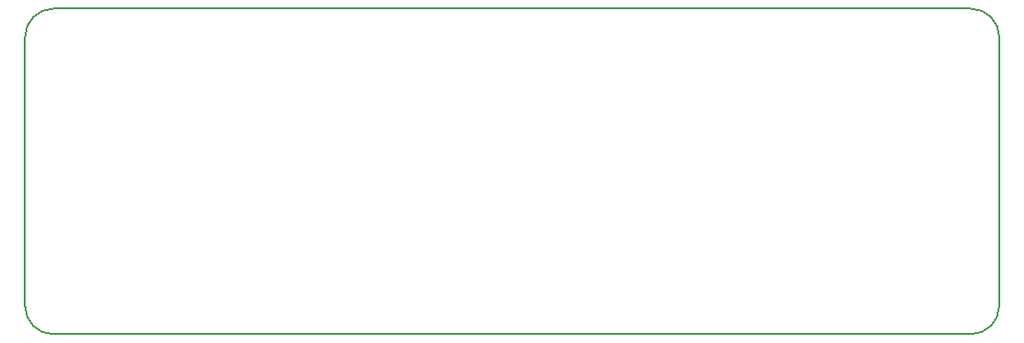
<source format=gko>
G04*
G04 #@! TF.GenerationSoftware,Altium Limited,Altium Designer,20.1.14 (287)*
G04*
G04 Layer_Color=16711935*
%FSLAX25Y25*%
%MOIN*%
G70*
G04*
G04 #@! TF.SameCoordinates,5CC0788B-ACE4-4DC4-998A-98AA571F8A3E*
G04*
G04*
G04 #@! TF.FilePolarity,Positive*
G04*
G01*
G75*
%ADD16C,0.00500*%
%ADD104C,0.00500*%
D16*
X354581Y108110D02*
G03*
X344331Y118360I-10250J0D01*
G01*
Y-250D02*
G03*
X354581Y10000I0J10250D01*
G01*
X10000Y118360D02*
G03*
X9998Y118360I0J-250D01*
G01*
D02*
G03*
X-250Y108110I2J-10250D01*
G01*
X10000Y118360D02*
G03*
X9998Y118360I-0J-10250D01*
G01*
X-250Y10000D02*
G03*
X10000Y-250I10250J0D01*
G01*
X342520Y118360D02*
X344331D01*
X354581Y10000D02*
Y108110D01*
X10000Y118360D02*
X342520Y118360D01*
X-250Y108110D02*
Y108110D01*
Y10000D02*
Y108110D01*
X10000Y-250D02*
X344331D01*
D104*
X10000Y118360D02*
D03*
M02*

</source>
